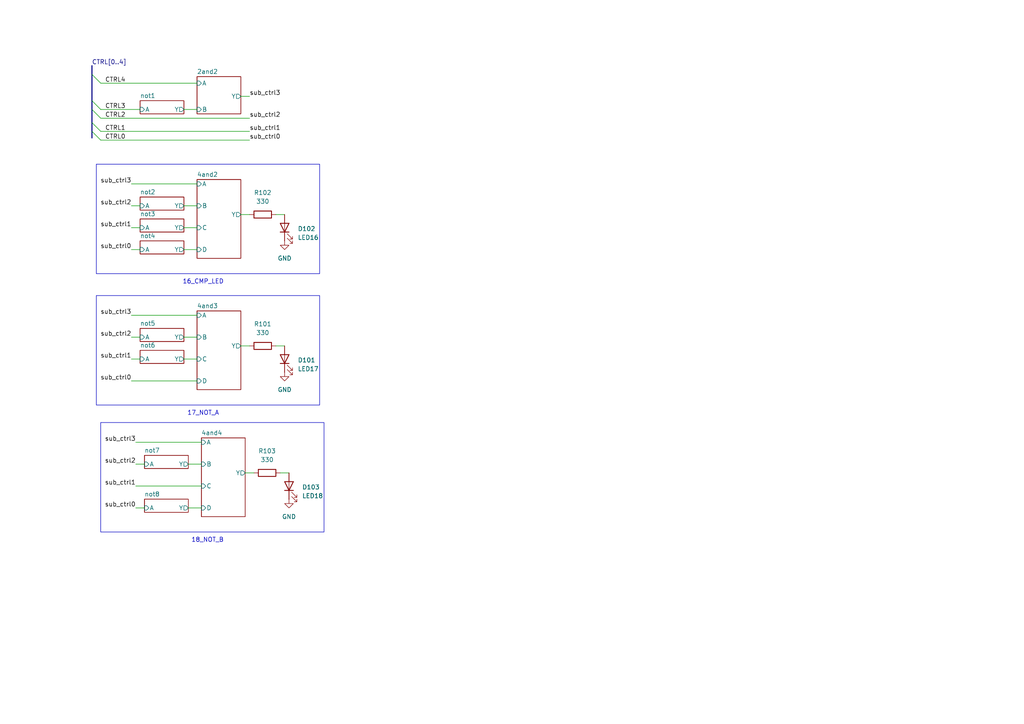
<source format=kicad_sch>
(kicad_sch (version 20250114) (generator "eeschema") (generator_version "9.0")
  (paper "A4")
  (lib_symbols
    (symbol "Device:LED" (pin_numbers (hide yes)) (pin_names (offset 1.016) (hide yes))
      (property "Reference" "D" (at 0 2.54 0))
      (property "Value" "LED" (at 0 -2.54 0))
      (symbol "LED_0_1"
        (polyline (pts (xy -3.048 -0.762) (xy -4.572 -2.286) (xy -3.81 -2.286) (xy -4.572 -2.286) (xy -4.572 -1.524)))
        (polyline (pts (xy -1.778 -0.762) (xy -3.302 -2.286) (xy -2.54 -2.286) (xy -3.302 -2.286) (xy -3.302 -1.524)))
        (polyline (pts (xy -1.27 0) (xy 1.27 0)))
        (polyline (pts (xy -1.27 -1.27) (xy -1.27 1.27)) (stroke (width 0.254)))
        (polyline (pts (xy 1.27 -1.27) (xy 1.27 1.27) (xy -1.27 0) (xy 1.27 -1.27)) (stroke (width 0.254)))
      )
      (symbol "LED_1_1"
        (pin passive line (at -3.81 0 0) (length 2.54) (name "K") (number "1"))
        (pin passive line (at 3.81 0 180) (length 2.54) (name "A") (number "2"))
      )
    )
    (symbol "Device:R" (pin_numbers (hide yes)) (pin_names (offset 0))
      (property "Reference" "R" (at 2.032 0 90))
      (property "Value" "R" (at 0 0 90))
      (symbol "R_0_1"
        (rectangle (start -1.016 -2.54) (end 1.016 2.54) (stroke (width 0.254)))
      )
      (symbol "R_1_1"
        (pin passive line (at 0 3.81 270) (length 1.27) (name "~") (number "1"))
        (pin passive line (at 0 -3.81 90) (length 1.27) (name "~") (number "2"))
      )
    )
    (symbol "power:GND" (power) (pin_numbers (hide yes)) (pin_names (offset 0) (hide yes))
      (property "Value" "GND" (at 0 -3.81 0))
      (symbol "GND_0_1"
        (polyline (pts (xy 0 0) (xy 0 -1.27) (xy 1.27 -1.27) (xy 0 -2.54) (xy -1.27 -1.27) (xy 0 -1.27)))
      )
      (symbol "GND_1_1"
        (pin power_in line (at 0 0 270) (length 0) (name "~") (number "1"))
      )
    )
  )
  (rectangle (start 27.94 47.625) (end 92.71 79.375))
  (rectangle (start 29.21 122.555) (end 93.98 154.305))
  (rectangle (start 27.94 85.725) (end 92.71 117.475))
  (text "16_CMP_LED" (at 58.928 81.788 0) (effects (font (size 1.27 1.27))))
  (text "17_NOT_A\n" (at 58.928 119.888 0) (effects (font (size 1.27 1.27))))
  (text "18_NOT_B\n" (at 60.198 156.718 0) (effects (font (size 1.27 1.27))))
  (bus_entry (at 26.67 38.1) (size 2.54 2.54))
  (bus_entry (at 26.67 31.75) (size 2.54 2.54))
  (bus_entry (at 26.67 29.21) (size 2.54 2.54))
  (bus_entry (at 26.67 21.59) (size 2.54 2.54))
  (bus_entry (at 26.67 35.56) (size 2.54 2.54))
  (wire (pts (xy 38.1 66.04) (xy 40.64 66.04)))
  (bus (pts (xy 26.67 19.05) (xy 26.67 21.59)))
  (wire (pts (xy 54.61 147.32) (xy 58.42 147.32)))
  (wire (pts (xy 38.1 110.49) (xy 57.15 110.49)))
  (bus (pts (xy 26.67 35.56) (xy 26.67 38.1)))
  (wire (pts (xy 54.61 134.62) (xy 58.42 134.62)))
  (wire (pts (xy 82.55 62.23) (xy 80.01 62.23)))
  (wire (pts (xy 38.1 72.39) (xy 40.64 72.39)))
  (wire (pts (xy 53.34 104.14) (xy 57.15 104.14)))
  (wire (pts (xy 53.34 72.39) (xy 57.15 72.39)))
  (wire (pts (xy 29.21 31.75) (xy 40.64 31.75)))
  (wire (pts (xy 38.1 59.69) (xy 40.64 59.69)))
  (wire (pts (xy 69.85 62.23) (xy 72.39 62.23)))
  (wire (pts (xy 83.82 137.16) (xy 81.28 137.16)))
  (wire (pts (xy 29.21 34.29) (xy 72.39 34.29)))
  (wire (pts (xy 53.34 59.69) (xy 57.15 59.69)))
  (wire (pts (xy 53.34 97.79) (xy 57.15 97.79)))
  (wire (pts (xy 71.12 137.16) (xy 73.66 137.16)))
  (wire (pts (xy 29.21 38.1) (xy 72.39 38.1)))
  (wire (pts (xy 29.21 24.13) (xy 57.15 24.13)))
  (wire (pts (xy 39.37 128.27) (xy 58.42 128.27)))
  (wire (pts (xy 39.37 134.62) (xy 41.91 134.62)))
  (wire (pts (xy 38.1 104.14) (xy 40.64 104.14)))
  (wire (pts (xy 39.37 140.97) (xy 58.42 140.97)))
  (wire (pts (xy 82.55 100.33) (xy 80.01 100.33)))
  (wire (pts (xy 53.34 31.75) (xy 57.15 31.75)))
  (bus (pts (xy 26.67 31.75) (xy 26.67 35.56)))
  (wire (pts (xy 38.1 91.44) (xy 57.15 91.44)))
  (bus (pts (xy 26.67 21.59) (xy 26.67 29.21)))
  (bus (pts (xy 26.67 38.1) (xy 26.67 40.005)))
  (bus (pts (xy 26.67 29.21) (xy 26.67 31.75)))
  (wire (pts (xy 39.37 147.32) (xy 41.91 147.32)))
  (wire (pts (xy 69.85 100.33) (xy 72.39 100.33)))
  (wire (pts (xy 29.21 40.64) (xy 72.39 40.64)))
  (wire (pts (xy 53.34 66.04) (xy 57.15 66.04)))
  (wire (pts (xy 38.1 53.34) (xy 57.15 53.34)))
  (wire (pts (xy 72.39 27.94) (xy 69.85 27.94)))
  (wire (pts (xy 38.1 97.79) (xy 40.64 97.79)))
  (label "CTRL1" (at 30.48 38.1 0))
  (label "sub_ctrl1" (at 72.39 38.1 0))
  (label "sub_ctrl3" (at 38.1 53.34 180))
  (label "sub_ctrl0" (at 38.1 72.39 180))
  (label "CTRL0" (at 30.48 40.64 0))
  (label "sub_ctrl2" (at 72.39 34.29 0))
  (label "sub_ctrl0" (at 72.39 40.64 0))
  (label "CTRL2" (at 30.48 34.29 0))
  (label "sub_ctrl3" (at 39.37 128.27 180))
  (label "sub_ctrl2" (at 38.1 59.69 180))
  (label "CTRL4" (at 30.48 24.13 0))
  (label "sub_ctrl0" (at 38.1 110.49 180))
  (label "CTRL3" (at 30.48 31.75 0))
  (label "sub_ctrl1" (at 38.1 104.14 180))
  (label "sub_ctrl2" (at 39.37 134.62 180))
  (label "sub_ctrl3" (at 38.1 91.44 180))
  (label "sub_ctrl2" (at 38.1 97.79 180))
  (label "CTRL[0..4]" (at 26.67 19.05 0))
  (label "sub_ctrl3" (at 72.39 27.94 0))
  (label "sub_ctrl0" (at 39.37 147.32 180))
  (label "sub_ctrl1" (at 39.37 140.97 180))
  (label "sub_ctrl1" (at 38.1 66.04 180))
  (symbol (lib_id "power:GND") (at 83.82 144.78 0) (unit 1)
    (property "Reference" "#PWR0102" (effects (hide yes)))
    (property "Value" "GND" (at 83.82 149.86 0))
    (property "Description" "Power symbol creates a global label with name \"GND\" , ground" (effects (hide yes)))
  )
  (symbol (lib_id "power:GND") (at 82.55 69.85 0) (unit 1)
    (property "Reference" "#PWR0106" (effects (hide yes)))
    (property "Value" "GND" (at 82.55 74.93 0))
    (property "Description" "Power symbol creates a global label with name \"GND\" , ground" (effects (hide yes)))
  )
  (symbol (lib_id "Device:LED") (at 82.55 104.14 90) (unit 1)
    (property "Reference" "D101" (at 86.36 104.4574 90) (effects (justify right)))
    (property "Value" "LED17" (at 86.36 106.9974 90) (effects (justify right)))
    (property "Footprint" "LED_SMD:LED_0805_2012Metric" (effects (hide yes)))
    (property "Description" "Light emitting diode" (effects (hide yes)))
    (property "Sim.Pins" "1=K 2=A" (effects (hide yes)))
  )
  (symbol (lib_id "Device:R") (at 77.47 137.16 90) (unit 1)
    (property "Reference" "R103" (at 77.47 130.81 90))
    (property "Value" "330" (at 77.47 133.35 90))
    (property "Footprint" "Resistor_SMD:R_0805_2012Metric" (effects (hide yes)))
    (property "Description" "Resistor" (effects (hide yes)))
  )
  (symbol (lib_id "Device:LED") (at 82.55 66.04 90) (unit 1)
    (property "Reference" "D102" (at 86.36 66.3574 90) (effects (justify right)))
    (property "Value" "LED16" (at 86.36 68.8974 90) (effects (justify right)))
    (property "Footprint" "LED_SMD:LED_0805_2012Metric" (effects (hide yes)))
    (property "Description" "Light emitting diode" (effects (hide yes)))
    (property "Sim.Pins" "1=K 2=A" (effects (hide yes)))
  )
  (symbol (lib_id "power:GND") (at 82.55 107.95 0) (unit 1)
    (property "Reference" "#PWR0101" (effects (hide yes)))
    (property "Value" "GND" (at 82.55 113.03 0))
    (property "Description" "Power symbol creates a global label with name \"GND\" , ground" (effects (hide yes)))
  )
  (symbol (lib_id "Device:LED") (at 83.82 140.97 90) (unit 1)
    (property "Reference" "D103" (at 87.63 141.2874 90) (effects (justify right)))
    (property "Value" "LED18" (at 87.63 143.8274 90) (effects (justify right)))
    (property "Footprint" "LED_SMD:LED_0805_2012Metric" (effects (hide yes)))
    (property "Description" "Light emitting diode" (effects (hide yes)))
    (property "Sim.Pins" "1=K 2=A" (effects (hide yes)))
  )
  (symbol (lib_id "Device:R") (at 76.2 62.23 90) (unit 1)
    (property "Reference" "R102" (at 76.2 55.88 90))
    (property "Value" "330" (at 76.2 58.42 90))
    (property "Footprint" "Resistor_SMD:R_0805_2012Metric" (effects (hide yes)))
    (property "Description" "Resistor" (effects (hide yes)))
  )
  (symbol (lib_id "Device:R") (at 76.2 100.33 90) (unit 1)
    (property "Reference" "R101" (at 76.2 93.98 90))
    (property "Value" "330" (at 76.2 96.52 90))
    (property "Footprint" "Resistor_SMD:R_0805_2012Metric" (effects (hide yes)))
    (property "Description" "Resistor" (effects (hide yes)))
  )
  (sheet (at 41.91 144.78) (size 12.7 3.81) (stroke (width 0.1524))
    (property "Sheetname" "not8" (at 41.91 144.0684 0) (effects (justify left bottom)))
    (property "Sheetfile" "../../../modules/gates/gate_inv/gate_inv_1bit/gate_inv_1bit.kicad_sch" (effects (hide yes)))
    (pin "Y" output (at 54.61 147.32 0))
    (pin "A" input (at 41.91 147.32 180))
  )
  (sheet (at 40.64 69.85) (size 12.7 3.81) (stroke (width 0.1524))
    (property "Sheetname" "not4" (at 40.64 69.1384 0) (effects (justify left bottom)))
    (property "Sheetfile" "../../../modules/gates/gate_inv/gate_inv_1bit/gate_inv_1bit.kicad_sch" (effects (hide yes)))
    (pin "Y" output (at 53.34 72.39 0))
    (pin "A" input (at 40.64 72.39 180))
  )
  (sheet (at 40.64 95.25) (size 12.7 3.81) (stroke (width 0.1524))
    (property "Sheetname" "not5" (at 40.64 94.5384 0) (effects (justify left bottom)))
    (property "Sheetfile" "../../../modules/gates/gate_inv/gate_inv_1bit/gate_inv_1bit.kicad_sch" (effects (hide yes)))
    (pin "Y" output (at 53.34 97.79 0))
    (pin "A" input (at 40.64 97.79 180))
  )
  (sheet (at 57.15 90.17) (size 12.7 22.86) (stroke (width 0.1524))
    (property "Sheetname" "4and3" (at 57.15 89.4584 0) (effects (justify left bottom)))
    (property "Sheetfile" "../../../modules/gates/gate_and/gate_and_4in/gate_and_4in.kicad_sch" (effects (hide yes)))
    (pin "C" input (at 57.15 104.14 180))
    (pin "Y" output (at 69.85 100.33 0))
    (pin "B" input (at 57.15 97.79 180))
    (pin "D" input (at 57.15 110.49 180))
    (pin "A" input (at 57.15 91.44 180))
  )
  (sheet (at 57.15 52.07) (size 12.7 22.86) (stroke (width 0.1524))
    (property "Sheetname" "4and2" (at 57.15 51.3584 0) (effects (justify left bottom)))
    (property "Sheetfile" "../../../modules/gates/gate_and/gate_and_4in/gate_and_4in.kicad_sch" (effects (hide yes)))
    (pin "C" input (at 57.15 66.04 180))
    (pin "Y" output (at 69.85 62.23 0))
    (pin "B" input (at 57.15 59.69 180))
    (pin "D" input (at 57.15 72.39 180))
    (pin "A" input (at 57.15 53.34 180))
  )
  (sheet (at 41.91 132.08) (size 12.7 3.81) (stroke (width 0.1524))
    (property "Sheetname" "not7" (at 41.91 131.3684 0) (effects (justify left bottom)))
    (property "Sheetfile" "../../../modules/gates/gate_inv/gate_inv_1bit/gate_inv_1bit.kicad_sch" (effects (hide yes)))
    (pin "Y" output (at 54.61 134.62 0))
    (pin "A" input (at 41.91 134.62 180))
  )
  (sheet (at 40.64 63.5) (size 12.7 3.81) (stroke (width 0.1524))
    (property "Sheetname" "not3" (at 40.64 62.7884 0) (effects (justify left bottom)))
    (property "Sheetfile" "../../../modules/gates/gate_inv/gate_inv_1bit/gate_inv_1bit.kicad_sch" (effects (hide yes)))
    (pin "Y" output (at 53.34 66.04 0))
    (pin "A" input (at 40.64 66.04 180))
  )
  (sheet (at 40.64 101.6) (size 12.7 3.81) (stroke (width 0.1524))
    (property "Sheetname" "not6" (at 40.64 100.8884 0) (effects (justify left bottom)))
    (property "Sheetfile" "../../../modules/gates/gate_inv/gate_inv_1bit/gate_inv_1bit.kicad_sch" (effects (hide yes)))
    (pin "Y" output (at 53.34 104.14 0))
    (pin "A" input (at 40.64 104.14 180))
  )
  (sheet (at 40.64 29.21) (size 12.7 3.81) (stroke (width 0.1524))
    (property "Sheetname" "not1" (at 40.64 28.4984 0) (effects (justify left bottom)))
    (property "Sheetfile" "../../../modules/gates/gate_inv/gate_inv_1bit/gate_inv_1bit.kicad_sch" (effects (hide yes)))
    (pin "Y" output (at 53.34 31.75 0))
    (pin "A" input (at 40.64 31.75 180))
  )
  (sheet (at 40.64 57.15) (size 12.7 3.81) (stroke (width 0.1524))
    (property "Sheetname" "not2" (at 40.64 56.4384 0) (effects (justify left bottom)))
    (property "Sheetfile" "../../../modules/gates/gate_inv/gate_inv_1bit/gate_inv_1bit.kicad_sch" (effects (hide yes)))
    (pin "Y" output (at 53.34 59.69 0))
    (pin "A" input (at 40.64 59.69 180))
  )
  (sheet (at 57.15 22.225) (size 12.7 10.795) (stroke (width 0.1524))
    (property "Sheetname" "2and2" (at 57.15 21.5134 0) (effects (justify left bottom)))
    (property "Sheetfile" "../../../modules/gates/gate_and/gate_and_2in/gate_and_2in.kicad_sch" (effects (hide yes)))
    (pin "B" input (at 57.15 31.75 180))
    (pin "A" input (at 57.15 24.13 180))
    (pin "Y" output (at 69.85 27.94 0))
  )
  (sheet (at 58.42 127) (size 12.7 22.86) (stroke (width 0.1524))
    (property "Sheetname" "4and4" (at 58.42 126.2884 0) (effects (justify left bottom)))
    (property "Sheetfile" "../../../modules/gates/gate_and/gate_and_4in/gate_and_4in.kicad_sch" (effects (hide yes)))
    (pin "C" input (at 58.42 140.97 180))
    (pin "Y" output (at 71.12 137.16 0))
    (pin "B" input (at 58.42 134.62 180))
    (pin "D" input (at 58.42 147.32 180))
    (pin "A" input (at 58.42 128.27 180))
  )
)
</source>
